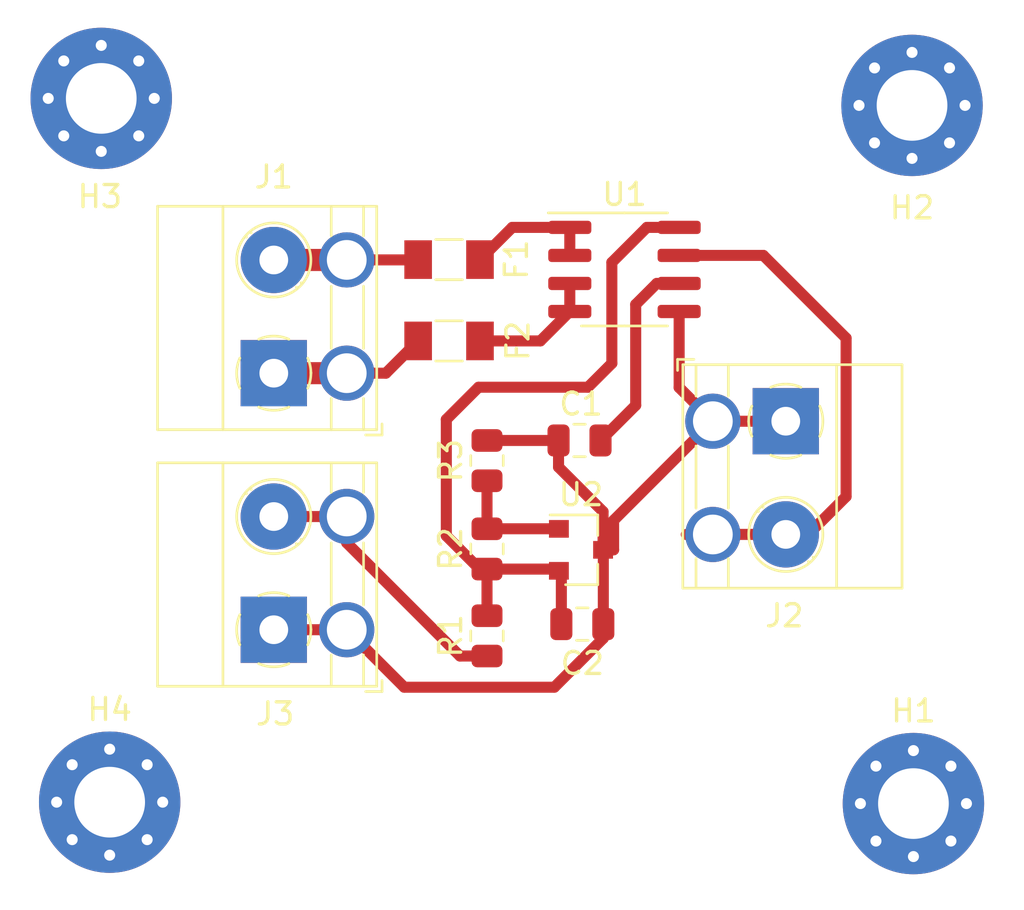
<source format=kicad_pcb>
(kicad_pcb (version 20171130) (host pcbnew "(5.1.8)-1")

  (general
    (thickness 1.6)
    (drawings 4)
    (tracks 72)
    (zones 0)
    (modules 16)
    (nets 15)
  )

  (page A4)
  (layers
    (0 F.Cu signal)
    (31 B.Cu signal)
    (32 B.Adhes user)
    (33 F.Adhes user)
    (34 B.Paste user)
    (35 F.Paste user)
    (36 B.SilkS user)
    (37 F.SilkS user)
    (38 B.Mask user)
    (39 F.Mask user)
    (40 Dwgs.User user)
    (41 Cmts.User user)
    (42 Eco1.User user)
    (43 Eco2.User user)
    (44 Edge.Cuts user)
    (45 Margin user)
    (46 B.CrtYd user)
    (47 F.CrtYd user)
    (48 B.Fab user)
    (49 F.Fab user)
  )

  (setup
    (last_trace_width 0.5)
    (trace_clearance 0.2)
    (zone_clearance 0.508)
    (zone_45_only no)
    (trace_min 0.2)
    (via_size 0.8)
    (via_drill 0.4)
    (via_min_size 0.4)
    (via_min_drill 0.3)
    (uvia_size 0.3)
    (uvia_drill 0.1)
    (uvias_allowed no)
    (uvia_min_size 0.2)
    (uvia_min_drill 0.1)
    (edge_width 0.05)
    (segment_width 0.2)
    (pcb_text_width 0.3)
    (pcb_text_size 1.5 1.5)
    (mod_edge_width 0.12)
    (mod_text_size 1 1)
    (mod_text_width 0.15)
    (pad_size 1.524 1.524)
    (pad_drill 0.762)
    (pad_to_mask_clearance 0)
    (aux_axis_origin 0 0)
    (visible_elements FFFFFF7F)
    (pcbplotparams
      (layerselection 0x010fc_ffffffff)
      (usegerberextensions false)
      (usegerberattributes true)
      (usegerberadvancedattributes true)
      (creategerberjobfile true)
      (excludeedgelayer true)
      (linewidth 0.100000)
      (plotframeref false)
      (viasonmask false)
      (mode 1)
      (useauxorigin false)
      (hpglpennumber 1)
      (hpglpenspeed 20)
      (hpglpendiameter 15.000000)
      (psnegative false)
      (psa4output false)
      (plotreference true)
      (plotvalue true)
      (plotinvisibletext false)
      (padsonsilk false)
      (subtractmaskfromsilk false)
      (outputformat 1)
      (mirror false)
      (drillshape 1)
      (scaleselection 1)
      (outputdirectory ""))
  )

  (net 0 "")
  (net 1 GND)
  (net 2 "Net-(C1-Pad1)")
  (net 3 5V)
  (net 4 "Net-(J2-Pad2)")
  (net 5 +12V)
  (net 6 "Net-(R2-Pad2)")
  (net 7 "Net-(F1-Pad1)")
  (net 8 "Net-(F1-Pad2)")
  (net 9 "Net-(F2-Pad2)")
  (net 10 "Net-(F2-Pad1)")
  (net 11 "Net-(H1-Pad1)")
  (net 12 "Net-(H2-Pad1)")
  (net 13 "Net-(H3-Pad1)")
  (net 14 "Net-(H4-Pad1)")

  (net_class Default "This is the default net class."
    (clearance 0.2)
    (trace_width 0.5)
    (via_dia 0.8)
    (via_drill 0.4)
    (uvia_dia 0.3)
    (uvia_drill 0.1)
    (diff_pair_width 0.2)
    (diff_pair_gap 0.5)
    (add_net +12V)
    (add_net 5V)
    (add_net GND)
    (add_net "Net-(C1-Pad1)")
    (add_net "Net-(F1-Pad1)")
    (add_net "Net-(F1-Pad2)")
    (add_net "Net-(F2-Pad1)")
    (add_net "Net-(F2-Pad2)")
    (add_net "Net-(H1-Pad1)")
    (add_net "Net-(H2-Pad1)")
    (add_net "Net-(H3-Pad1)")
    (add_net "Net-(H4-Pad1)")
    (add_net "Net-(J2-Pad2)")
    (add_net "Net-(R2-Pad2)")
  )

  (net_class grossa ""
    (clearance 0.2)
    (trace_width 1)
    (via_dia 0.8)
    (via_drill 0.4)
    (uvia_dia 0.3)
    (uvia_drill 0.1)
    (diff_pair_width 0.2)
    (diff_pair_gap 1)
  )

  (module Capacitor_SMD:C_0805_2012Metric (layer F.Cu) (tedit 5F68FEEE) (tstamp 5FE251FB)
    (at 112.964 87.9475 180)
    (descr "Capacitor SMD 0805 (2012 Metric), square (rectangular) end terminal, IPC_7351 nominal, (Body size source: IPC-SM-782 page 76, https://www.pcb-3d.com/wordpress/wp-content/uploads/ipc-sm-782a_amendment_1_and_2.pdf, https://docs.google.com/spreadsheets/d/1BsfQQcO9C6DZCsRaXUlFlo91Tg2WpOkGARC1WS5S8t0/edit?usp=sharing), generated with kicad-footprint-generator")
    (tags capacitor)
    (path /5FE3BAFB)
    (attr smd)
    (fp_text reference C1 (at -0.066 1.651) (layer F.SilkS)
      (effects (font (size 1 1) (thickness 0.15)))
    )
    (fp_text value 100n (at 0 1.68) (layer F.Fab)
      (effects (font (size 1 1) (thickness 0.15)))
    )
    (fp_text user %R (at 0 0) (layer F.Fab)
      (effects (font (size 0.5 0.5) (thickness 0.08)))
    )
    (fp_line (start -1 0.625) (end -1 -0.625) (layer F.Fab) (width 0.1))
    (fp_line (start -1 -0.625) (end 1 -0.625) (layer F.Fab) (width 0.1))
    (fp_line (start 1 -0.625) (end 1 0.625) (layer F.Fab) (width 0.1))
    (fp_line (start 1 0.625) (end -1 0.625) (layer F.Fab) (width 0.1))
    (fp_line (start -0.261252 -0.735) (end 0.261252 -0.735) (layer F.SilkS) (width 0.12))
    (fp_line (start -0.261252 0.735) (end 0.261252 0.735) (layer F.SilkS) (width 0.12))
    (fp_line (start -1.7 0.98) (end -1.7 -0.98) (layer F.CrtYd) (width 0.05))
    (fp_line (start -1.7 -0.98) (end 1.7 -0.98) (layer F.CrtYd) (width 0.05))
    (fp_line (start 1.7 -0.98) (end 1.7 0.98) (layer F.CrtYd) (width 0.05))
    (fp_line (start 1.7 0.98) (end -1.7 0.98) (layer F.CrtYd) (width 0.05))
    (pad 2 smd roundrect (at 0.95 0 180) (size 1 1.45) (layers F.Cu F.Paste F.Mask) (roundrect_rratio 0.25)
      (net 1 GND))
    (pad 1 smd roundrect (at -0.95 0 180) (size 1 1.45) (layers F.Cu F.Paste F.Mask) (roundrect_rratio 0.25)
      (net 2 "Net-(C1-Pad1)"))
    (model ${KISYS3DMOD}/Capacitor_SMD.3dshapes/C_0805_2012Metric.wrl
      (at (xyz 0 0 0))
      (scale (xyz 1 1 1))
      (rotate (xyz 0 0 0))
    )
  )

  (module Capacitor_SMD:C_0805_2012Metric (layer F.Cu) (tedit 5F68FEEE) (tstamp 5FE2520C)
    (at 113.091 96.266)
    (descr "Capacitor SMD 0805 (2012 Metric), square (rectangular) end terminal, IPC_7351 nominal, (Body size source: IPC-SM-782 page 76, https://www.pcb-3d.com/wordpress/wp-content/uploads/ipc-sm-782a_amendment_1_and_2.pdf, https://docs.google.com/spreadsheets/d/1BsfQQcO9C6DZCsRaXUlFlo91Tg2WpOkGARC1WS5S8t0/edit?usp=sharing), generated with kicad-footprint-generator")
    (tags capacitor)
    (path /5FE32D75)
    (attr smd)
    (fp_text reference C2 (at 0 1.778) (layer F.SilkS)
      (effects (font (size 1 1) (thickness 0.15)))
    )
    (fp_text value 100n (at 0 1.68) (layer F.Fab)
      (effects (font (size 1 1) (thickness 0.15)))
    )
    (fp_line (start 1.7 0.98) (end -1.7 0.98) (layer F.CrtYd) (width 0.05))
    (fp_line (start 1.7 -0.98) (end 1.7 0.98) (layer F.CrtYd) (width 0.05))
    (fp_line (start -1.7 -0.98) (end 1.7 -0.98) (layer F.CrtYd) (width 0.05))
    (fp_line (start -1.7 0.98) (end -1.7 -0.98) (layer F.CrtYd) (width 0.05))
    (fp_line (start -0.261252 0.735) (end 0.261252 0.735) (layer F.SilkS) (width 0.12))
    (fp_line (start -0.261252 -0.735) (end 0.261252 -0.735) (layer F.SilkS) (width 0.12))
    (fp_line (start 1 0.625) (end -1 0.625) (layer F.Fab) (width 0.1))
    (fp_line (start 1 -0.625) (end 1 0.625) (layer F.Fab) (width 0.1))
    (fp_line (start -1 -0.625) (end 1 -0.625) (layer F.Fab) (width 0.1))
    (fp_line (start -1 0.625) (end -1 -0.625) (layer F.Fab) (width 0.1))
    (fp_text user %R (at 0 0) (layer F.Fab)
      (effects (font (size 0.5 0.5) (thickness 0.08)))
    )
    (pad 1 smd roundrect (at -0.95 0) (size 1 1.45) (layers F.Cu F.Paste F.Mask) (roundrect_rratio 0.25)
      (net 3 5V))
    (pad 2 smd roundrect (at 0.95 0) (size 1 1.45) (layers F.Cu F.Paste F.Mask) (roundrect_rratio 0.25)
      (net 1 GND))
    (model ${KISYS3DMOD}/Capacitor_SMD.3dshapes/C_0805_2012Metric.wrl
      (at (xyz 0 0 0))
      (scale (xyz 1 1 1))
      (rotate (xyz 0 0 0))
    )
  )

  (module e-Power:TerminalBlock_Phoenix_MKDS-1,5-2_1x02_P5.08mm_Horizontal (layer F.Cu) (tedit 5F340C83) (tstamp 5FE2523E)
    (at 99.1235 84.8995 90)
    (descr "Terminal Block Phoenix MKDS-1,5-2, 2 pins, pitch 5.08mm, size 10x9.8mm^2, drill diamater 1.3mm, pad diameter 2.6mm, see http://www.farnell.com/datasheets/100425.pdf, script-generated using https://github.com/pointhi/kicad-footprint-generator/scripts/TerminalBlock_Phoenix")
    (tags "THT Terminal Block Phoenix MKDS-1,5-2 pitch 5.08mm size 10x9.8mm^2 drill 1.3mm pad 2.6mm")
    (path /5FE29835)
    (fp_text reference J1 (at 8.89 0 180) (layer F.SilkS)
      (effects (font (size 1 1) (thickness 0.15)))
    )
    (fp_text value IN_corrente (at 2.413 6.604 90) (layer F.Fab)
      (effects (font (size 1 1) (thickness 0.15)))
    )
    (fp_line (start 6.223 4.064) (end 7.493 4.064) (layer F.SilkS) (width 0.12))
    (fp_line (start 1.123 4.064) (end 3.937 4.064) (layer F.SilkS) (width 0.12))
    (fp_line (start -2.56 4.064) (end -1.143 4.064) (layer F.SilkS) (width 0.12))
    (fp_line (start 6.223 2.6) (end 7.493 2.6) (layer F.SilkS) (width 0.12))
    (fp_line (start 1.123 2.6) (end 3.937 2.6) (layer F.SilkS) (width 0.12))
    (fp_line (start 8 -5.71) (end -3 -5.71) (layer F.CrtYd) (width 0.05))
    (fp_line (start 8 5.1) (end 8 -5.71) (layer F.CrtYd) (width 0.05))
    (fp_line (start -3 5.1) (end 8 5.1) (layer F.CrtYd) (width 0.05))
    (fp_line (start -3 -5.71) (end -3 5.1) (layer F.CrtYd) (width 0.05))
    (fp_line (start -2.8 4.9) (end -2.3 4.9) (layer F.SilkS) (width 0.12))
    (fp_line (start -2.8 4.16) (end -2.8 4.9) (layer F.SilkS) (width 0.12))
    (fp_line (start 3.9 1.023) (end 3.853 1.069) (layer F.SilkS) (width 0.12))
    (fp_line (start 6.197 -1.275) (end 6.162 -1.239) (layer F.SilkS) (width 0.12))
    (fp_line (start 4.093 1.239) (end 4.058 1.274) (layer F.SilkS) (width 0.12))
    (fp_line (start 6.402 -1.069) (end 6.355 -1.023) (layer F.SilkS) (width 0.12))
    (fp_line (start 6.082 -1.138) (end 3.99 0.955) (layer F.Fab) (width 0.1))
    (fp_line (start 6.265 -0.955) (end 4.173 1.138) (layer F.Fab) (width 0.1))
    (fp_line (start 0.955 -1.138) (end -1.138 0.955) (layer F.Fab) (width 0.1))
    (fp_line (start 1.138 -0.955) (end -0.955 1.138) (layer F.Fab) (width 0.1))
    (fp_line (start 7.56 -5.261) (end 7.56 4.66) (layer F.SilkS) (width 0.12))
    (fp_line (start -2.56 -5.261) (end -2.56 4.66) (layer F.SilkS) (width 0.12))
    (fp_line (start -2.56 4.66) (end 7.56 4.66) (layer F.SilkS) (width 0.12))
    (fp_line (start -2.56 -5.261) (end 7.56 -5.261) (layer F.SilkS) (width 0.12))
    (fp_line (start -2.56 -2.301) (end 7.56 -2.301) (layer F.SilkS) (width 0.12))
    (fp_line (start -2.5 -2.3) (end 7.5 -2.3) (layer F.Fab) (width 0.1))
    (fp_line (start -2.56 2.6) (end -1.143 2.6) (layer F.SilkS) (width 0.12))
    (fp_line (start -2.5 2.6) (end 7.5 2.6) (layer F.Fab) (width 0.1))
    (fp_line (start -2.5 4.1) (end 7.5 4.1) (layer F.Fab) (width 0.1))
    (fp_line (start -2.5 4.1) (end -2.5 -5.2) (layer F.Fab) (width 0.1))
    (fp_line (start -2 4.6) (end -2.5 4.1) (layer F.Fab) (width 0.1))
    (fp_line (start 7.5 4.6) (end -2 4.6) (layer F.Fab) (width 0.1))
    (fp_line (start 7.5 -5.2) (end 7.5 4.6) (layer F.Fab) (width 0.1))
    (fp_line (start -2.5 -5.2) (end 7.5 -5.2) (layer F.Fab) (width 0.1))
    (fp_circle (center 5.127 0) (end 6.807 0) (layer F.SilkS) (width 0.12))
    (fp_circle (center 5.127 0) (end 6.627 0) (layer F.Fab) (width 0.1))
    (fp_circle (center 0 0) (end 1.5 0) (layer F.Fab) (width 0.1))
    (fp_arc (start 0 0) (end 0 1.68) (angle -24) (layer F.SilkS) (width 0.12))
    (fp_arc (start 0 0) (end 1.535 0.684) (angle -48) (layer F.SilkS) (width 0.12))
    (fp_arc (start 0 0) (end 0.684 -1.535) (angle -48) (layer F.SilkS) (width 0.12))
    (fp_arc (start 0 0) (end -1.535 -0.684) (angle -48) (layer F.SilkS) (width 0.12))
    (fp_arc (start 0 0) (end -0.684 1.535) (angle -25) (layer F.SilkS) (width 0.12))
    (fp_text user %R (at 0 -3.048 90) (layer F.Fab)
      (effects (font (size 1 1) (thickness 0.15)))
    )
    (pad 1 thru_hole rect (at 0 0 90) (size 3 3) (drill 1.3) (layers *.Cu *.Mask)
      (net 9 "Net-(F2-Pad2)"))
    (pad 2 thru_hole circle (at 5.127 0 90) (size 3 3) (drill 1.3) (layers *.Cu *.Mask)
      (net 8 "Net-(F1-Pad2)"))
    (pad 1 thru_hole circle (at 0 3.302 90) (size 2.5 2.5) (drill 1.8) (layers *.Cu *.Mask)
      (net 9 "Net-(F2-Pad2)"))
    (pad 2 thru_hole circle (at 5.1308 3.302 90) (size 2.5 2.5) (drill 1.8) (layers *.Cu *.Mask)
      (net 8 "Net-(F1-Pad2)"))
  )

  (module e-Power:TerminalBlock_Phoenix_MKDS-1,5-2_1x02_P5.08mm_Horizontal (layer F.Cu) (tedit 5F340C83) (tstamp 5FE25270)
    (at 122.301 87.075 270)
    (descr "Terminal Block Phoenix MKDS-1,5-2, 2 pins, pitch 5.08mm, size 10x9.8mm^2, drill diamater 1.3mm, pad diameter 2.6mm, see http://www.farnell.com/datasheets/100425.pdf, script-generated using https://github.com/pointhi/kicad-footprint-generator/scripts/TerminalBlock_Phoenix")
    (tags "THT Terminal Block Phoenix MKDS-1,5-2 pitch 5.08mm size 10x9.8mm^2 drill 1.3mm pad 2.6mm")
    (path /5FE2BBB0)
    (fp_text reference J2 (at 8.81 0.0635 180) (layer F.SilkS)
      (effects (font (size 1 1) (thickness 0.15)))
    )
    (fp_text value OUT_sensor (at 2.413 6.604 90) (layer F.Fab)
      (effects (font (size 1 1) (thickness 0.15)))
    )
    (fp_text user %R (at 0 -3.048 90) (layer F.Fab)
      (effects (font (size 1 1) (thickness 0.15)))
    )
    (fp_arc (start 0 0) (end -0.684 1.535) (angle -25) (layer F.SilkS) (width 0.12))
    (fp_arc (start 0 0) (end -1.535 -0.684) (angle -48) (layer F.SilkS) (width 0.12))
    (fp_arc (start 0 0) (end 0.684 -1.535) (angle -48) (layer F.SilkS) (width 0.12))
    (fp_arc (start 0 0) (end 1.535 0.684) (angle -48) (layer F.SilkS) (width 0.12))
    (fp_arc (start 0 0) (end 0 1.68) (angle -24) (layer F.SilkS) (width 0.12))
    (fp_circle (center 0 0) (end 1.5 0) (layer F.Fab) (width 0.1))
    (fp_circle (center 5.127 0) (end 6.627 0) (layer F.Fab) (width 0.1))
    (fp_circle (center 5.127 0) (end 6.807 0) (layer F.SilkS) (width 0.12))
    (fp_line (start -2.5 -5.2) (end 7.5 -5.2) (layer F.Fab) (width 0.1))
    (fp_line (start 7.5 -5.2) (end 7.5 4.6) (layer F.Fab) (width 0.1))
    (fp_line (start 7.5 4.6) (end -2 4.6) (layer F.Fab) (width 0.1))
    (fp_line (start -2 4.6) (end -2.5 4.1) (layer F.Fab) (width 0.1))
    (fp_line (start -2.5 4.1) (end -2.5 -5.2) (layer F.Fab) (width 0.1))
    (fp_line (start -2.5 4.1) (end 7.5 4.1) (layer F.Fab) (width 0.1))
    (fp_line (start -2.5 2.6) (end 7.5 2.6) (layer F.Fab) (width 0.1))
    (fp_line (start -2.56 2.6) (end -1.143 2.6) (layer F.SilkS) (width 0.12))
    (fp_line (start -2.5 -2.3) (end 7.5 -2.3) (layer F.Fab) (width 0.1))
    (fp_line (start -2.56 -2.301) (end 7.56 -2.301) (layer F.SilkS) (width 0.12))
    (fp_line (start -2.56 -5.261) (end 7.56 -5.261) (layer F.SilkS) (width 0.12))
    (fp_line (start -2.56 4.66) (end 7.56 4.66) (layer F.SilkS) (width 0.12))
    (fp_line (start -2.56 -5.261) (end -2.56 4.66) (layer F.SilkS) (width 0.12))
    (fp_line (start 7.56 -5.261) (end 7.56 4.66) (layer F.SilkS) (width 0.12))
    (fp_line (start 1.138 -0.955) (end -0.955 1.138) (layer F.Fab) (width 0.1))
    (fp_line (start 0.955 -1.138) (end -1.138 0.955) (layer F.Fab) (width 0.1))
    (fp_line (start 6.265 -0.955) (end 4.173 1.138) (layer F.Fab) (width 0.1))
    (fp_line (start 6.082 -1.138) (end 3.99 0.955) (layer F.Fab) (width 0.1))
    (fp_line (start 6.402 -1.069) (end 6.355 -1.023) (layer F.SilkS) (width 0.12))
    (fp_line (start 4.093 1.239) (end 4.058 1.274) (layer F.SilkS) (width 0.12))
    (fp_line (start 6.197 -1.275) (end 6.162 -1.239) (layer F.SilkS) (width 0.12))
    (fp_line (start 3.9 1.023) (end 3.853 1.069) (layer F.SilkS) (width 0.12))
    (fp_line (start -2.8 4.16) (end -2.8 4.9) (layer F.SilkS) (width 0.12))
    (fp_line (start -2.8 4.9) (end -2.3 4.9) (layer F.SilkS) (width 0.12))
    (fp_line (start -3 -5.71) (end -3 5.1) (layer F.CrtYd) (width 0.05))
    (fp_line (start -3 5.1) (end 8 5.1) (layer F.CrtYd) (width 0.05))
    (fp_line (start 8 5.1) (end 8 -5.71) (layer F.CrtYd) (width 0.05))
    (fp_line (start 8 -5.71) (end -3 -5.71) (layer F.CrtYd) (width 0.05))
    (fp_line (start 1.123 2.6) (end 3.937 2.6) (layer F.SilkS) (width 0.12))
    (fp_line (start 6.223 2.6) (end 7.493 2.6) (layer F.SilkS) (width 0.12))
    (fp_line (start -2.56 4.064) (end -1.143 4.064) (layer F.SilkS) (width 0.12))
    (fp_line (start 1.123 4.064) (end 3.937 4.064) (layer F.SilkS) (width 0.12))
    (fp_line (start 6.223 4.064) (end 7.493 4.064) (layer F.SilkS) (width 0.12))
    (pad 2 thru_hole circle (at 5.1308 3.302 270) (size 2.5 2.5) (drill 1.8) (layers *.Cu *.Mask)
      (net 4 "Net-(J2-Pad2)"))
    (pad 1 thru_hole circle (at 0 3.302 270) (size 2.5 2.5) (drill 1.8) (layers *.Cu *.Mask)
      (net 1 GND))
    (pad 2 thru_hole circle (at 5.127 0 270) (size 3 3) (drill 1.3) (layers *.Cu *.Mask)
      (net 4 "Net-(J2-Pad2)"))
    (pad 1 thru_hole rect (at 0 0 270) (size 3 3) (drill 1.3) (layers *.Cu *.Mask)
      (net 1 GND))
  )

  (module Resistor_SMD:R_0805_2012Metric (layer F.Cu) (tedit 5F68FEEE) (tstamp 5FE25281)
    (at 108.7755 96.7975 90)
    (descr "Resistor SMD 0805 (2012 Metric), square (rectangular) end terminal, IPC_7351 nominal, (Body size source: IPC-SM-782 page 72, https://www.pcb-3d.com/wordpress/wp-content/uploads/ipc-sm-782a_amendment_1_and_2.pdf), generated with kicad-footprint-generator")
    (tags resistor)
    (path /5FE2F3D6)
    (attr smd)
    (fp_text reference R1 (at 0 -1.65 90) (layer F.SilkS)
      (effects (font (size 1 1) (thickness 0.15)))
    )
    (fp_text value 1k (at 0 1.65 90) (layer F.Fab)
      (effects (font (size 1 1) (thickness 0.15)))
    )
    (fp_line (start 1.68 0.95) (end -1.68 0.95) (layer F.CrtYd) (width 0.05))
    (fp_line (start 1.68 -0.95) (end 1.68 0.95) (layer F.CrtYd) (width 0.05))
    (fp_line (start -1.68 -0.95) (end 1.68 -0.95) (layer F.CrtYd) (width 0.05))
    (fp_line (start -1.68 0.95) (end -1.68 -0.95) (layer F.CrtYd) (width 0.05))
    (fp_line (start -0.227064 0.735) (end 0.227064 0.735) (layer F.SilkS) (width 0.12))
    (fp_line (start -0.227064 -0.735) (end 0.227064 -0.735) (layer F.SilkS) (width 0.12))
    (fp_line (start 1 0.625) (end -1 0.625) (layer F.Fab) (width 0.1))
    (fp_line (start 1 -0.625) (end 1 0.625) (layer F.Fab) (width 0.1))
    (fp_line (start -1 -0.625) (end 1 -0.625) (layer F.Fab) (width 0.1))
    (fp_line (start -1 0.625) (end -1 -0.625) (layer F.Fab) (width 0.1))
    (fp_text user %R (at 0 0 90) (layer F.Fab)
      (effects (font (size 0.5 0.5) (thickness 0.08)))
    )
    (pad 1 smd roundrect (at -0.9125 0 90) (size 1.025 1.4) (layers F.Cu F.Paste F.Mask) (roundrect_rratio 0.243902)
      (net 5 +12V))
    (pad 2 smd roundrect (at 0.9125 0 90) (size 1.025 1.4) (layers F.Cu F.Paste F.Mask) (roundrect_rratio 0.243902)
      (net 3 5V))
    (model ${KISYS3DMOD}/Resistor_SMD.3dshapes/R_0805_2012Metric.wrl
      (at (xyz 0 0 0))
      (scale (xyz 1 1 1))
      (rotate (xyz 0 0 0))
    )
  )

  (module Resistor_SMD:R_0805_2012Metric (layer F.Cu) (tedit 5F68FEEE) (tstamp 5FE25292)
    (at 108.7755 92.8605 90)
    (descr "Resistor SMD 0805 (2012 Metric), square (rectangular) end terminal, IPC_7351 nominal, (Body size source: IPC-SM-782 page 72, https://www.pcb-3d.com/wordpress/wp-content/uploads/ipc-sm-782a_amendment_1_and_2.pdf), generated with kicad-footprint-generator")
    (tags resistor)
    (path /5FE25D92)
    (attr smd)
    (fp_text reference R2 (at 0 -1.65 90) (layer F.SilkS)
      (effects (font (size 1 1) (thickness 0.15)))
    )
    (fp_text value 10k (at 0 1.65 90) (layer F.Fab)
      (effects (font (size 1 1) (thickness 0.15)))
    )
    (fp_line (start 1.68 0.95) (end -1.68 0.95) (layer F.CrtYd) (width 0.05))
    (fp_line (start 1.68 -0.95) (end 1.68 0.95) (layer F.CrtYd) (width 0.05))
    (fp_line (start -1.68 -0.95) (end 1.68 -0.95) (layer F.CrtYd) (width 0.05))
    (fp_line (start -1.68 0.95) (end -1.68 -0.95) (layer F.CrtYd) (width 0.05))
    (fp_line (start -0.227064 0.735) (end 0.227064 0.735) (layer F.SilkS) (width 0.12))
    (fp_line (start -0.227064 -0.735) (end 0.227064 -0.735) (layer F.SilkS) (width 0.12))
    (fp_line (start 1 0.625) (end -1 0.625) (layer F.Fab) (width 0.1))
    (fp_line (start 1 -0.625) (end 1 0.625) (layer F.Fab) (width 0.1))
    (fp_line (start -1 -0.625) (end 1 -0.625) (layer F.Fab) (width 0.1))
    (fp_line (start -1 0.625) (end -1 -0.625) (layer F.Fab) (width 0.1))
    (fp_text user %R (at 0 0 90) (layer F.Fab)
      (effects (font (size 0.5 0.5) (thickness 0.08)))
    )
    (pad 1 smd roundrect (at -0.9125 0 90) (size 1.025 1.4) (layers F.Cu F.Paste F.Mask) (roundrect_rratio 0.243902)
      (net 3 5V))
    (pad 2 smd roundrect (at 0.9125 0 90) (size 1.025 1.4) (layers F.Cu F.Paste F.Mask) (roundrect_rratio 0.243902)
      (net 6 "Net-(R2-Pad2)"))
    (model ${KISYS3DMOD}/Resistor_SMD.3dshapes/R_0805_2012Metric.wrl
      (at (xyz 0 0 0))
      (scale (xyz 1 1 1))
      (rotate (xyz 0 0 0))
    )
  )

  (module Resistor_SMD:R_0805_2012Metric (layer F.Cu) (tedit 5F68FEEE) (tstamp 5FE252A3)
    (at 108.7755 88.86 90)
    (descr "Resistor SMD 0805 (2012 Metric), square (rectangular) end terminal, IPC_7351 nominal, (Body size source: IPC-SM-782 page 72, https://www.pcb-3d.com/wordpress/wp-content/uploads/ipc-sm-782a_amendment_1_and_2.pdf), generated with kicad-footprint-generator")
    (tags resistor)
    (path /5FE2E8DD)
    (attr smd)
    (fp_text reference R3 (at 0 -1.65 90) (layer F.SilkS)
      (effects (font (size 1 1) (thickness 0.15)))
    )
    (fp_text value 10k (at 0 1.65 90) (layer F.Fab)
      (effects (font (size 1 1) (thickness 0.15)))
    )
    (fp_text user %R (at 0 0 90) (layer F.Fab)
      (effects (font (size 0.5 0.5) (thickness 0.08)))
    )
    (fp_line (start -1 0.625) (end -1 -0.625) (layer F.Fab) (width 0.1))
    (fp_line (start -1 -0.625) (end 1 -0.625) (layer F.Fab) (width 0.1))
    (fp_line (start 1 -0.625) (end 1 0.625) (layer F.Fab) (width 0.1))
    (fp_line (start 1 0.625) (end -1 0.625) (layer F.Fab) (width 0.1))
    (fp_line (start -0.227064 -0.735) (end 0.227064 -0.735) (layer F.SilkS) (width 0.12))
    (fp_line (start -0.227064 0.735) (end 0.227064 0.735) (layer F.SilkS) (width 0.12))
    (fp_line (start -1.68 0.95) (end -1.68 -0.95) (layer F.CrtYd) (width 0.05))
    (fp_line (start -1.68 -0.95) (end 1.68 -0.95) (layer F.CrtYd) (width 0.05))
    (fp_line (start 1.68 -0.95) (end 1.68 0.95) (layer F.CrtYd) (width 0.05))
    (fp_line (start 1.68 0.95) (end -1.68 0.95) (layer F.CrtYd) (width 0.05))
    (pad 2 smd roundrect (at 0.9125 0 90) (size 1.025 1.4) (layers F.Cu F.Paste F.Mask) (roundrect_rratio 0.243902)
      (net 1 GND))
    (pad 1 smd roundrect (at -0.9125 0 90) (size 1.025 1.4) (layers F.Cu F.Paste F.Mask) (roundrect_rratio 0.243902)
      (net 6 "Net-(R2-Pad2)"))
    (model ${KISYS3DMOD}/Resistor_SMD.3dshapes/R_0805_2012Metric.wrl
      (at (xyz 0 0 0))
      (scale (xyz 1 1 1))
      (rotate (xyz 0 0 0))
    )
  )

  (module Package_SO:SOIC-8_3.9x4.9mm_P1.27mm (layer F.Cu) (tedit 5D9F72B1) (tstamp 5FE252BD)
    (at 114.9985 80.2005)
    (descr "SOIC, 8 Pin (JEDEC MS-012AA, https://www.analog.com/media/en/package-pcb-resources/package/pkg_pdf/soic_narrow-r/r_8.pdf), generated with kicad-footprint-generator ipc_gullwing_generator.py")
    (tags "SOIC SO")
    (path /5FE2462A)
    (attr smd)
    (fp_text reference U1 (at 0 -3.4) (layer F.SilkS)
      (effects (font (size 1 1) (thickness 0.15)))
    )
    (fp_text value ACS712 (at 0 3.4) (layer F.Fab)
      (effects (font (size 1 1) (thickness 0.15)))
    )
    (fp_line (start 3.7 -2.7) (end -3.7 -2.7) (layer F.CrtYd) (width 0.05))
    (fp_line (start 3.7 2.7) (end 3.7 -2.7) (layer F.CrtYd) (width 0.05))
    (fp_line (start -3.7 2.7) (end 3.7 2.7) (layer F.CrtYd) (width 0.05))
    (fp_line (start -3.7 -2.7) (end -3.7 2.7) (layer F.CrtYd) (width 0.05))
    (fp_line (start -1.95 -1.475) (end -0.975 -2.45) (layer F.Fab) (width 0.1))
    (fp_line (start -1.95 2.45) (end -1.95 -1.475) (layer F.Fab) (width 0.1))
    (fp_line (start 1.95 2.45) (end -1.95 2.45) (layer F.Fab) (width 0.1))
    (fp_line (start 1.95 -2.45) (end 1.95 2.45) (layer F.Fab) (width 0.1))
    (fp_line (start -0.975 -2.45) (end 1.95 -2.45) (layer F.Fab) (width 0.1))
    (fp_line (start 0 -2.56) (end -3.45 -2.56) (layer F.SilkS) (width 0.12))
    (fp_line (start 0 -2.56) (end 1.95 -2.56) (layer F.SilkS) (width 0.12))
    (fp_line (start 0 2.56) (end -1.95 2.56) (layer F.SilkS) (width 0.12))
    (fp_line (start 0 2.56) (end 1.95 2.56) (layer F.SilkS) (width 0.12))
    (fp_text user %R (at 0 0) (layer F.Fab)
      (effects (font (size 0.98 0.98) (thickness 0.15)))
    )
    (pad 1 smd roundrect (at -2.475 -1.905) (size 1.95 0.6) (layers F.Cu F.Paste F.Mask) (roundrect_rratio 0.25)
      (net 7 "Net-(F1-Pad1)"))
    (pad 2 smd roundrect (at -2.475 -0.635) (size 1.95 0.6) (layers F.Cu F.Paste F.Mask) (roundrect_rratio 0.25)
      (net 7 "Net-(F1-Pad1)"))
    (pad 3 smd roundrect (at -2.475 0.635) (size 1.95 0.6) (layers F.Cu F.Paste F.Mask) (roundrect_rratio 0.25)
      (net 10 "Net-(F2-Pad1)"))
    (pad 4 smd roundrect (at -2.475 1.905) (size 1.95 0.6) (layers F.Cu F.Paste F.Mask) (roundrect_rratio 0.25)
      (net 10 "Net-(F2-Pad1)"))
    (pad 5 smd roundrect (at 2.475 1.905) (size 1.95 0.6) (layers F.Cu F.Paste F.Mask) (roundrect_rratio 0.25)
      (net 1 GND))
    (pad 6 smd roundrect (at 2.475 0.635) (size 1.95 0.6) (layers F.Cu F.Paste F.Mask) (roundrect_rratio 0.25)
      (net 2 "Net-(C1-Pad1)"))
    (pad 7 smd roundrect (at 2.475 -0.635) (size 1.95 0.6) (layers F.Cu F.Paste F.Mask) (roundrect_rratio 0.25)
      (net 4 "Net-(J2-Pad2)"))
    (pad 8 smd roundrect (at 2.475 -1.905) (size 1.95 0.6) (layers F.Cu F.Paste F.Mask) (roundrect_rratio 0.25)
      (net 3 5V))
    (model ${KISYS3DMOD}/Package_SO.3dshapes/SOIC-8_3.9x4.9mm_P1.27mm.wrl
      (at (xyz 0 0 0))
      (scale (xyz 1 1 1))
      (rotate (xyz 0 0 0))
    )
  )

  (module Package_TO_SOT_SMD:SOT-23 (layer F.Cu) (tedit 5A02FF57) (tstamp 5FE252D2)
    (at 113.03 92.9005)
    (descr "SOT-23, Standard")
    (tags SOT-23)
    (path /5FE2642D)
    (attr smd)
    (fp_text reference U2 (at 0 -2.5) (layer F.SilkS)
      (effects (font (size 1 1) (thickness 0.15)))
    )
    (fp_text value TL431 (at 0 2.5) (layer F.Fab)
      (effects (font (size 1 1) (thickness 0.15)))
    )
    (fp_line (start 0.76 1.58) (end -0.7 1.58) (layer F.SilkS) (width 0.12))
    (fp_line (start 0.76 -1.58) (end -1.4 -1.58) (layer F.SilkS) (width 0.12))
    (fp_line (start -1.7 1.75) (end -1.7 -1.75) (layer F.CrtYd) (width 0.05))
    (fp_line (start 1.7 1.75) (end -1.7 1.75) (layer F.CrtYd) (width 0.05))
    (fp_line (start 1.7 -1.75) (end 1.7 1.75) (layer F.CrtYd) (width 0.05))
    (fp_line (start -1.7 -1.75) (end 1.7 -1.75) (layer F.CrtYd) (width 0.05))
    (fp_line (start 0.76 -1.58) (end 0.76 -0.65) (layer F.SilkS) (width 0.12))
    (fp_line (start 0.76 1.58) (end 0.76 0.65) (layer F.SilkS) (width 0.12))
    (fp_line (start -0.7 1.52) (end 0.7 1.52) (layer F.Fab) (width 0.1))
    (fp_line (start 0.7 -1.52) (end 0.7 1.52) (layer F.Fab) (width 0.1))
    (fp_line (start -0.7 -0.95) (end -0.15 -1.52) (layer F.Fab) (width 0.1))
    (fp_line (start -0.15 -1.52) (end 0.7 -1.52) (layer F.Fab) (width 0.1))
    (fp_line (start -0.7 -0.95) (end -0.7 1.5) (layer F.Fab) (width 0.1))
    (fp_text user %R (at 0 0 90) (layer F.Fab)
      (effects (font (size 0.5 0.5) (thickness 0.075)))
    )
    (pad 1 smd rect (at -1 -0.95) (size 0.9 0.8) (layers F.Cu F.Paste F.Mask)
      (net 6 "Net-(R2-Pad2)"))
    (pad 2 smd rect (at -1 0.95) (size 0.9 0.8) (layers F.Cu F.Paste F.Mask)
      (net 3 5V))
    (pad 3 smd rect (at 1 0) (size 0.9 0.8) (layers F.Cu F.Paste F.Mask)
      (net 1 GND))
    (model ${KISYS3DMOD}/Package_TO_SOT_SMD.3dshapes/SOT-23.wrl
      (at (xyz 0 0 0))
      (scale (xyz 1 1 1))
      (rotate (xyz 0 0 0))
    )
  )

  (module e-Power:TerminalBlock_Phoenix_MKDS-1,5-2_1x02_P5.08mm_Horizontal (layer F.Cu) (tedit 5F340C83) (tstamp 5FE25899)
    (at 99.1235 96.52 90)
    (descr "Terminal Block Phoenix MKDS-1,5-2, 2 pins, pitch 5.08mm, size 10x9.8mm^2, drill diamater 1.3mm, pad diameter 2.6mm, see http://www.farnell.com/datasheets/100425.pdf, script-generated using https://github.com/pointhi/kicad-footprint-generator/scripts/TerminalBlock_Phoenix")
    (tags "THT Terminal Block Phoenix MKDS-1,5-2 pitch 5.08mm size 10x9.8mm^2 drill 1.3mm pad 2.6mm")
    (path /5FE48AB9)
    (fp_text reference J3 (at -3.81 0.0635 180) (layer F.SilkS)
      (effects (font (size 1 1) (thickness 0.15)))
    )
    (fp_text value POWER (at 2.413 6.604 90) (layer F.Fab)
      (effects (font (size 1 1) (thickness 0.15)))
    )
    (fp_line (start 6.223 4.064) (end 7.493 4.064) (layer F.SilkS) (width 0.12))
    (fp_line (start 1.123 4.064) (end 3.937 4.064) (layer F.SilkS) (width 0.12))
    (fp_line (start -2.56 4.064) (end -1.143 4.064) (layer F.SilkS) (width 0.12))
    (fp_line (start 6.223 2.6) (end 7.493 2.6) (layer F.SilkS) (width 0.12))
    (fp_line (start 1.123 2.6) (end 3.937 2.6) (layer F.SilkS) (width 0.12))
    (fp_line (start 8 -5.71) (end -3 -5.71) (layer F.CrtYd) (width 0.05))
    (fp_line (start 8 5.1) (end 8 -5.71) (layer F.CrtYd) (width 0.05))
    (fp_line (start -3 5.1) (end 8 5.1) (layer F.CrtYd) (width 0.05))
    (fp_line (start -3 -5.71) (end -3 5.1) (layer F.CrtYd) (width 0.05))
    (fp_line (start -2.8 4.9) (end -2.3 4.9) (layer F.SilkS) (width 0.12))
    (fp_line (start -2.8 4.16) (end -2.8 4.9) (layer F.SilkS) (width 0.12))
    (fp_line (start 3.9 1.023) (end 3.853 1.069) (layer F.SilkS) (width 0.12))
    (fp_line (start 6.197 -1.275) (end 6.162 -1.239) (layer F.SilkS) (width 0.12))
    (fp_line (start 4.093 1.239) (end 4.058 1.274) (layer F.SilkS) (width 0.12))
    (fp_line (start 6.402 -1.069) (end 6.355 -1.023) (layer F.SilkS) (width 0.12))
    (fp_line (start 6.082 -1.138) (end 3.99 0.955) (layer F.Fab) (width 0.1))
    (fp_line (start 6.265 -0.955) (end 4.173 1.138) (layer F.Fab) (width 0.1))
    (fp_line (start 0.955 -1.138) (end -1.138 0.955) (layer F.Fab) (width 0.1))
    (fp_line (start 1.138 -0.955) (end -0.955 1.138) (layer F.Fab) (width 0.1))
    (fp_line (start 7.56 -5.261) (end 7.56 4.66) (layer F.SilkS) (width 0.12))
    (fp_line (start -2.56 -5.261) (end -2.56 4.66) (layer F.SilkS) (width 0.12))
    (fp_line (start -2.56 4.66) (end 7.56 4.66) (layer F.SilkS) (width 0.12))
    (fp_line (start -2.56 -5.261) (end 7.56 -5.261) (layer F.SilkS) (width 0.12))
    (fp_line (start -2.56 -2.301) (end 7.56 -2.301) (layer F.SilkS) (width 0.12))
    (fp_line (start -2.5 -2.3) (end 7.5 -2.3) (layer F.Fab) (width 0.1))
    (fp_line (start -2.56 2.6) (end -1.143 2.6) (layer F.SilkS) (width 0.12))
    (fp_line (start -2.5 2.6) (end 7.5 2.6) (layer F.Fab) (width 0.1))
    (fp_line (start -2.5 4.1) (end 7.5 4.1) (layer F.Fab) (width 0.1))
    (fp_line (start -2.5 4.1) (end -2.5 -5.2) (layer F.Fab) (width 0.1))
    (fp_line (start -2 4.6) (end -2.5 4.1) (layer F.Fab) (width 0.1))
    (fp_line (start 7.5 4.6) (end -2 4.6) (layer F.Fab) (width 0.1))
    (fp_line (start 7.5 -5.2) (end 7.5 4.6) (layer F.Fab) (width 0.1))
    (fp_line (start -2.5 -5.2) (end 7.5 -5.2) (layer F.Fab) (width 0.1))
    (fp_circle (center 5.127 0) (end 6.807 0) (layer F.SilkS) (width 0.12))
    (fp_circle (center 5.127 0) (end 6.627 0) (layer F.Fab) (width 0.1))
    (fp_circle (center 0 0) (end 1.5 0) (layer F.Fab) (width 0.1))
    (fp_arc (start 0 0) (end 0 1.68) (angle -24) (layer F.SilkS) (width 0.12))
    (fp_arc (start 0 0) (end 1.535 0.684) (angle -48) (layer F.SilkS) (width 0.12))
    (fp_arc (start 0 0) (end 0.684 -1.535) (angle -48) (layer F.SilkS) (width 0.12))
    (fp_arc (start 0 0) (end -1.535 -0.684) (angle -48) (layer F.SilkS) (width 0.12))
    (fp_arc (start 0 0) (end -0.684 1.535) (angle -25) (layer F.SilkS) (width 0.12))
    (fp_text user %R (at 0 -3.048 90) (layer F.Fab)
      (effects (font (size 1 1) (thickness 0.15)))
    )
    (pad 1 thru_hole rect (at 0 0 90) (size 3 3) (drill 1.3) (layers *.Cu *.Mask)
      (net 1 GND))
    (pad 2 thru_hole circle (at 5.127 0 90) (size 3 3) (drill 1.3) (layers *.Cu *.Mask)
      (net 5 +12V))
    (pad 1 thru_hole circle (at 0 3.302 90) (size 2.5 2.5) (drill 1.8) (layers *.Cu *.Mask)
      (net 1 GND))
    (pad 2 thru_hole circle (at 5.1308 3.302 90) (size 2.5 2.5) (drill 1.8) (layers *.Cu *.Mask)
      (net 5 +12V))
  )

  (module e-Power:FUSE_1206_3216Metric (layer F.Cu) (tedit 5F24C86A) (tstamp 5FE279F4)
    (at 107.058 79.756 180)
    (descr "FUSE SMD 1206 (3216 Metric), square (rectangular) end terminal")
    (tags FUSE)
    (path /5FE63FAE)
    (attr smd)
    (fp_text reference F1 (at -3.045 0 270) (layer F.SilkS)
      (effects (font (size 1 1) (thickness 0.15)))
    )
    (fp_text value Fuse_1206 (at 0 1.82) (layer F.Fab)
      (effects (font (size 1 1) (thickness 0.15)))
    )
    (fp_line (start 2.28 1.12) (end -2.28 1.12) (layer F.CrtYd) (width 0.05))
    (fp_line (start 2.28 -1.12) (end 2.28 1.12) (layer F.CrtYd) (width 0.05))
    (fp_line (start -2.28 -1.12) (end 2.28 -1.12) (layer F.CrtYd) (width 0.05))
    (fp_line (start -2.28 1.12) (end -2.28 -1.12) (layer F.CrtYd) (width 0.05))
    (fp_line (start -0.602064 0.91) (end 0.602064 0.91) (layer F.SilkS) (width 0.12))
    (fp_line (start -0.602064 -0.91) (end 0.602064 -0.91) (layer F.SilkS) (width 0.12))
    (fp_line (start 1.6 0.8) (end -1.6 0.8) (layer F.Fab) (width 0.1))
    (fp_line (start 1.6 -0.8) (end 1.6 0.8) (layer F.Fab) (width 0.1))
    (fp_line (start -1.6 -0.8) (end 1.6 -0.8) (layer F.Fab) (width 0.1))
    (fp_line (start -1.6 0.8) (end -1.6 -0.8) (layer F.Fab) (width 0.1))
    (fp_text user %F (at 0 0) (layer F.Fab)
      (effects (font (size 0.8 0.8) (thickness 0.12)))
    )
    (pad 1 smd trapezoid (at -1.4 0 180) (size 1.25 1.75) (layers F.Cu F.Paste F.Mask)
      (net 7 "Net-(F1-Pad1)"))
    (pad 2 smd trapezoid (at 1.4 0 180) (size 1.25 1.75) (layers F.Cu F.Paste F.Mask)
      (net 8 "Net-(F1-Pad2)"))
    (model ${KICAD_USER_3DMOD}/FUSE_1206.step
      (offset (xyz 0 0 1))
      (scale (xyz 1 1 1))
      (rotate (xyz 90 0 0))
    )
  )

  (module e-Power:FUSE_1206_3216Metric (layer F.Cu) (tedit 5F24C86A) (tstamp 5FE27A05)
    (at 107.058 83.439 180)
    (descr "FUSE SMD 1206 (3216 Metric), square (rectangular) end terminal")
    (tags FUSE)
    (path /5FE663FB)
    (attr smd)
    (fp_text reference F2 (at -3.1145 0 90) (layer F.SilkS)
      (effects (font (size 1 1) (thickness 0.15)))
    )
    (fp_text value Fuse_1206 (at 0 1.82) (layer F.Fab)
      (effects (font (size 1 1) (thickness 0.15)))
    )
    (fp_text user %F (at 0 0) (layer F.Fab)
      (effects (font (size 0.8 0.8) (thickness 0.12)))
    )
    (fp_line (start -1.6 0.8) (end -1.6 -0.8) (layer F.Fab) (width 0.1))
    (fp_line (start -1.6 -0.8) (end 1.6 -0.8) (layer F.Fab) (width 0.1))
    (fp_line (start 1.6 -0.8) (end 1.6 0.8) (layer F.Fab) (width 0.1))
    (fp_line (start 1.6 0.8) (end -1.6 0.8) (layer F.Fab) (width 0.1))
    (fp_line (start -0.602064 -0.91) (end 0.602064 -0.91) (layer F.SilkS) (width 0.12))
    (fp_line (start -0.602064 0.91) (end 0.602064 0.91) (layer F.SilkS) (width 0.12))
    (fp_line (start -2.28 1.12) (end -2.28 -1.12) (layer F.CrtYd) (width 0.05))
    (fp_line (start -2.28 -1.12) (end 2.28 -1.12) (layer F.CrtYd) (width 0.05))
    (fp_line (start 2.28 -1.12) (end 2.28 1.12) (layer F.CrtYd) (width 0.05))
    (fp_line (start 2.28 1.12) (end -2.28 1.12) (layer F.CrtYd) (width 0.05))
    (pad 2 smd trapezoid (at 1.4 0 180) (size 1.25 1.75) (layers F.Cu F.Paste F.Mask)
      (net 9 "Net-(F2-Pad2)"))
    (pad 1 smd trapezoid (at -1.4 0 180) (size 1.25 1.75) (layers F.Cu F.Paste F.Mask)
      (net 10 "Net-(F2-Pad1)"))
    (model ${KICAD_USER_3DMOD}/FUSE_1206.step
      (offset (xyz 0 0 1))
      (scale (xyz 1 1 1))
      (rotate (xyz 90 0 0))
    )
  )

  (module e-Power:MountingHole_3.2mm_M3_Pad_Via (layer F.Cu) (tedit 5F1787FB) (tstamp 5FE28A17)
    (at 128.0795 104.394)
    (descr "Mounting Hole 3.2mm, M3, added vias")
    (tags "mounting hole 3.2mm m3")
    (path /5FE83AED)
    (attr virtual)
    (fp_text reference H1 (at 0 -4.2) (layer F.SilkS)
      (effects (font (size 1 1) (thickness 0.15)))
    )
    (fp_text value MountingHole_Pad (at 0 4.2) (layer F.Fab) hide
      (effects (font (size 1 1) (thickness 0.15)))
    )
    (fp_circle (center 0 0) (end 3.45 0) (layer F.CrtYd) (width 0.05))
    (fp_text user %R (at 0.3 0) (layer F.Fab)
      (effects (font (size 1 1) (thickness 0.15)))
    )
    (pad 1 thru_hole circle (at 0 0) (size 6.4 6.4) (drill 3.2) (layers *.Cu *.Mask)
      (net 11 "Net-(H1-Pad1)"))
    (pad 1 thru_hole circle (at 2.4 0) (size 0.8 0.8) (drill 0.5) (layers *.Cu *.Mask)
      (net 11 "Net-(H1-Pad1)"))
    (pad 1 thru_hole circle (at 1.697056 1.697056) (size 0.8 0.8) (drill 0.5) (layers *.Cu *.Mask)
      (net 11 "Net-(H1-Pad1)"))
    (pad 1 thru_hole circle (at 0 2.4) (size 0.8 0.8) (drill 0.5) (layers *.Cu *.Mask)
      (net 11 "Net-(H1-Pad1)"))
    (pad 1 thru_hole circle (at -1.697056 1.697056) (size 0.8 0.8) (drill 0.5) (layers *.Cu *.Mask)
      (net 11 "Net-(H1-Pad1)"))
    (pad 1 thru_hole circle (at -2.4 0) (size 0.8 0.8) (drill 0.5) (layers *.Cu *.Mask)
      (net 11 "Net-(H1-Pad1)"))
    (pad 1 thru_hole circle (at -1.697056 -1.697056) (size 0.8 0.8) (drill 0.5) (layers *.Cu *.Mask)
      (net 11 "Net-(H1-Pad1)"))
    (pad 1 thru_hole circle (at 0 -2.4) (size 0.8 0.8) (drill 0.5) (layers *.Cu *.Mask)
      (net 11 "Net-(H1-Pad1)"))
    (pad 1 thru_hole circle (at 1.697056 -1.697056) (size 0.8 0.8) (drill 0.5) (layers *.Cu *.Mask)
      (net 11 "Net-(H1-Pad1)"))
  )

  (module e-Power:MountingHole_3.2mm_M3_Pad_Via (layer F.Cu) (tedit 5F1787FB) (tstamp 5FE28A26)
    (at 128.016 72.771)
    (descr "Mounting Hole 3.2mm, M3, added vias")
    (tags "mounting hole 3.2mm m3")
    (path /5FE87EFE)
    (attr virtual)
    (fp_text reference H2 (at 0 4.6355) (layer F.SilkS)
      (effects (font (size 1 1) (thickness 0.15)))
    )
    (fp_text value MountingHole_Pad (at 0 4.2) (layer F.Fab) hide
      (effects (font (size 1 1) (thickness 0.15)))
    )
    (fp_text user %R (at 0.3 0) (layer F.Fab)
      (effects (font (size 1 1) (thickness 0.15)))
    )
    (fp_circle (center 0 0) (end 3.45 0) (layer F.CrtYd) (width 0.05))
    (pad 1 thru_hole circle (at 1.697056 -1.697056) (size 0.8 0.8) (drill 0.5) (layers *.Cu *.Mask)
      (net 12 "Net-(H2-Pad1)"))
    (pad 1 thru_hole circle (at 0 -2.4) (size 0.8 0.8) (drill 0.5) (layers *.Cu *.Mask)
      (net 12 "Net-(H2-Pad1)"))
    (pad 1 thru_hole circle (at -1.697056 -1.697056) (size 0.8 0.8) (drill 0.5) (layers *.Cu *.Mask)
      (net 12 "Net-(H2-Pad1)"))
    (pad 1 thru_hole circle (at -2.4 0) (size 0.8 0.8) (drill 0.5) (layers *.Cu *.Mask)
      (net 12 "Net-(H2-Pad1)"))
    (pad 1 thru_hole circle (at -1.697056 1.697056) (size 0.8 0.8) (drill 0.5) (layers *.Cu *.Mask)
      (net 12 "Net-(H2-Pad1)"))
    (pad 1 thru_hole circle (at 0 2.4) (size 0.8 0.8) (drill 0.5) (layers *.Cu *.Mask)
      (net 12 "Net-(H2-Pad1)"))
    (pad 1 thru_hole circle (at 1.697056 1.697056) (size 0.8 0.8) (drill 0.5) (layers *.Cu *.Mask)
      (net 12 "Net-(H2-Pad1)"))
    (pad 1 thru_hole circle (at 2.4 0) (size 0.8 0.8) (drill 0.5) (layers *.Cu *.Mask)
      (net 12 "Net-(H2-Pad1)"))
    (pad 1 thru_hole circle (at 0 0) (size 6.4 6.4) (drill 3.2) (layers *.Cu *.Mask)
      (net 12 "Net-(H2-Pad1)"))
  )

  (module e-Power:MountingHole_3.2mm_M3_Pad_Via (layer F.Cu) (tedit 5F1787FB) (tstamp 5FE28A35)
    (at 91.313 72.4535)
    (descr "Mounting Hole 3.2mm, M3, added vias")
    (tags "mounting hole 3.2mm m3")
    (path /5FE88731)
    (attr virtual)
    (fp_text reference H3 (at -0.0635 4.445) (layer F.SilkS)
      (effects (font (size 1 1) (thickness 0.15)))
    )
    (fp_text value MountingHole_Pad (at 0 4.2) (layer F.Fab) hide
      (effects (font (size 1 1) (thickness 0.15)))
    )
    (fp_circle (center 0 0) (end 3.45 0) (layer F.CrtYd) (width 0.05))
    (fp_text user %R (at 0.3 0) (layer F.Fab)
      (effects (font (size 1 1) (thickness 0.15)))
    )
    (pad 1 thru_hole circle (at 0 0) (size 6.4 6.4) (drill 3.2) (layers *.Cu *.Mask)
      (net 13 "Net-(H3-Pad1)"))
    (pad 1 thru_hole circle (at 2.4 0) (size 0.8 0.8) (drill 0.5) (layers *.Cu *.Mask)
      (net 13 "Net-(H3-Pad1)"))
    (pad 1 thru_hole circle (at 1.697056 1.697056) (size 0.8 0.8) (drill 0.5) (layers *.Cu *.Mask)
      (net 13 "Net-(H3-Pad1)"))
    (pad 1 thru_hole circle (at 0 2.4) (size 0.8 0.8) (drill 0.5) (layers *.Cu *.Mask)
      (net 13 "Net-(H3-Pad1)"))
    (pad 1 thru_hole circle (at -1.697056 1.697056) (size 0.8 0.8) (drill 0.5) (layers *.Cu *.Mask)
      (net 13 "Net-(H3-Pad1)"))
    (pad 1 thru_hole circle (at -2.4 0) (size 0.8 0.8) (drill 0.5) (layers *.Cu *.Mask)
      (net 13 "Net-(H3-Pad1)"))
    (pad 1 thru_hole circle (at -1.697056 -1.697056) (size 0.8 0.8) (drill 0.5) (layers *.Cu *.Mask)
      (net 13 "Net-(H3-Pad1)"))
    (pad 1 thru_hole circle (at 0 -2.4) (size 0.8 0.8) (drill 0.5) (layers *.Cu *.Mask)
      (net 13 "Net-(H3-Pad1)"))
    (pad 1 thru_hole circle (at 1.697056 -1.697056) (size 0.8 0.8) (drill 0.5) (layers *.Cu *.Mask)
      (net 13 "Net-(H3-Pad1)"))
  )

  (module e-Power:MountingHole_3.2mm_M3_Pad_Via (layer F.Cu) (tedit 5F1787FB) (tstamp 5FE28A44)
    (at 91.694 104.3305)
    (descr "Mounting Hole 3.2mm, M3, added vias")
    (tags "mounting hole 3.2mm m3")
    (path /5FE88E86)
    (attr virtual)
    (fp_text reference H4 (at 0 -4.2) (layer F.SilkS)
      (effects (font (size 1 1) (thickness 0.15)))
    )
    (fp_text value MountingHole_Pad (at 0 4.2) (layer F.Fab) hide
      (effects (font (size 1 1) (thickness 0.15)))
    )
    (fp_text user %R (at 0.3 0) (layer F.Fab)
      (effects (font (size 1 1) (thickness 0.15)))
    )
    (fp_circle (center 0 0) (end 3.45 0) (layer F.CrtYd) (width 0.05))
    (pad 1 thru_hole circle (at 1.697056 -1.697056) (size 0.8 0.8) (drill 0.5) (layers *.Cu *.Mask)
      (net 14 "Net-(H4-Pad1)"))
    (pad 1 thru_hole circle (at 0 -2.4) (size 0.8 0.8) (drill 0.5) (layers *.Cu *.Mask)
      (net 14 "Net-(H4-Pad1)"))
    (pad 1 thru_hole circle (at -1.697056 -1.697056) (size 0.8 0.8) (drill 0.5) (layers *.Cu *.Mask)
      (net 14 "Net-(H4-Pad1)"))
    (pad 1 thru_hole circle (at -2.4 0) (size 0.8 0.8) (drill 0.5) (layers *.Cu *.Mask)
      (net 14 "Net-(H4-Pad1)"))
    (pad 1 thru_hole circle (at -1.697056 1.697056) (size 0.8 0.8) (drill 0.5) (layers *.Cu *.Mask)
      (net 14 "Net-(H4-Pad1)"))
    (pad 1 thru_hole circle (at 0 2.4) (size 0.8 0.8) (drill 0.5) (layers *.Cu *.Mask)
      (net 14 "Net-(H4-Pad1)"))
    (pad 1 thru_hole circle (at 1.697056 1.697056) (size 0.8 0.8) (drill 0.5) (layers *.Cu *.Mask)
      (net 14 "Net-(H4-Pad1)"))
    (pad 1 thru_hole circle (at 2.4 0) (size 0.8 0.8) (drill 0.5) (layers *.Cu *.Mask)
      (net 14 "Net-(H4-Pad1)"))
    (pad 1 thru_hole circle (at 0 0) (size 6.4 6.4) (drill 3.2) (layers *.Cu *.Mask)
      (net 14 "Net-(H4-Pad1)"))
  )

  (gr_line (start 133.0325 68.072) (end 86.8045 68.072) (layer Dwgs.User) (width 0.15))
  (gr_line (start 133.0325 109.1565) (end 133.0325 68.072) (layer Dwgs.User) (width 0.15))
  (gr_line (start 86.8045 109.1565) (end 133.0325 109.1565) (layer Dwgs.User) (width 0.15) (tstamp 5FE28E5E))
  (gr_line (start 86.8045 68.072) (end 86.8045 109.1565) (layer Dwgs.User) (width 0.15) (tstamp 5FE294A5))

  (segment (start 114.03 96.255) (end 114.041 96.266) (width 0.25) (layer F.Cu) (net 1))
  (segment (start 118.999 87.075) (end 118.665 87.075) (width 0.25) (layer F.Cu) (net 1) (tstamp 5FE290EC))
  (segment (start 99.1235 96.52) (end 102.4255 96.52) (width 0.5) (layer F.Cu) (net 1))
  (segment (start 114.041 92.9115) (end 114.03 92.9005) (width 0.5) (layer F.Cu) (net 1))
  (segment (start 114.041 96.266) (end 114.041 92.9115) (width 0.5) (layer F.Cu) (net 1))
  (segment (start 114.03 91.17) (end 114.03 92.9005) (width 0.5) (layer F.Cu) (net 1))
  (segment (start 112.014 89.154) (end 114.03 91.17) (width 0.5) (layer F.Cu) (net 1))
  (segment (start 112.014 87.9475) (end 112.014 89.154) (width 0.5) (layer F.Cu) (net 1))
  (segment (start 122.75375 87.075) (end 122.301 87.075) (width 0.5) (layer F.Cu) (net 1) (tstamp 5FE290E3))
  (segment (start 118.999 87.075) (end 122.301 87.075) (width 0.5) (layer F.Cu) (net 1) (tstamp 5FE290E6))
  (segment (start 108.7755 87.9475) (end 112.014 87.9475) (width 0.5) (layer F.Cu) (net 1))
  (segment (start 112.0125 87.946) (end 112.014 87.9475) (width 0.5) (layer F.Cu) (net 1))
  (segment (start 114.041 96.906) (end 114.041 96.266) (width 0.5) (layer F.Cu) (net 1))
  (segment (start 111.8235 99.1235) (end 114.041 96.906) (width 0.5) (layer F.Cu) (net 1))
  (segment (start 105.029 99.1235) (end 111.8235 99.1235) (width 0.5) (layer F.Cu) (net 1))
  (segment (start 102.4255 96.52) (end 105.029 99.1235) (width 0.5) (layer F.Cu) (net 1))
  (segment (start 114.03 92.9005) (end 114.507 92.9005) (width 0.5) (layer F.Cu) (net 1))
  (segment (start 117.4735 85.5495) (end 118.999 87.075) (width 0.5) (layer F.Cu) (net 1))
  (segment (start 117.4735 82.1055) (end 117.4735 85.5495) (width 0.5) (layer F.Cu) (net 1))
  (segment (start 114.507 91.567) (end 118.999 87.075) (width 0.5) (layer F.Cu) (net 1))
  (segment (start 114.507 92.9005) (end 114.507 91.567) (width 0.5) (layer F.Cu) (net 1))
  (segment (start 115.5065 86.355) (end 113.914 87.9475) (width 0.5) (layer F.Cu) (net 2))
  (segment (start 115.5065 81.788) (end 115.5065 86.355) (width 0.5) (layer F.Cu) (net 2))
  (segment (start 116.459 80.8355) (end 115.5065 81.788) (width 0.5) (layer F.Cu) (net 2))
  (segment (start 117.4735 80.8355) (end 116.459 80.8355) (width 0.5) (layer F.Cu) (net 2))
  (segment (start 108.853 93.8505) (end 108.7755 93.773) (width 0.25) (layer F.Cu) (net 3))
  (segment (start 112.03 96.155) (end 112.141 96.266) (width 0.25) (layer F.Cu) (net 3))
  (segment (start 108.7755 93.773) (end 108.7755 95.885) (width 0.5) (layer F.Cu) (net 3))
  (segment (start 111.9525 93.773) (end 112.03 93.8505) (width 0.5) (layer F.Cu) (net 3))
  (segment (start 108.7755 93.773) (end 111.9525 93.773) (width 0.5) (layer F.Cu) (net 3))
  (segment (start 112.141 93.9615) (end 112.03 93.8505) (width 0.5) (layer F.Cu) (net 3))
  (segment (start 112.141 96.266) (end 112.141 93.9615) (width 0.5) (layer F.Cu) (net 3))
  (segment (start 106.934 92.2655) (end 108.4415 93.773) (width 0.5) (layer F.Cu) (net 3))
  (segment (start 106.934 86.995) (end 106.934 92.2655) (width 0.5) (layer F.Cu) (net 3))
  (segment (start 113.3475 85.5345) (end 108.3945 85.5345) (width 0.5) (layer F.Cu) (net 3))
  (segment (start 108.3945 85.5345) (end 106.934 86.995) (width 0.5) (layer F.Cu) (net 3))
  (segment (start 114.427 84.455) (end 113.3475 85.5345) (width 0.5) (layer F.Cu) (net 3))
  (segment (start 114.427 79.883) (end 114.427 84.455) (width 0.5) (layer F.Cu) (net 3))
  (segment (start 108.4415 93.773) (end 108.7755 93.773) (width 0.5) (layer F.Cu) (net 3))
  (segment (start 116.0145 78.2955) (end 114.427 79.883) (width 0.5) (layer F.Cu) (net 3))
  (segment (start 117.4735 78.2955) (end 116.0145 78.2955) (width 0.5) (layer F.Cu) (net 3))
  (segment (start 99.1235 84.8995) (end 102.4255 84.8995) (width 1) (layer F.Cu) (net 9))
  (segment (start 102.4217 79.7725) (end 102.4255 79.7687) (width 1) (layer F.Cu) (net 8))
  (segment (start 99.1235 79.7725) (end 102.4217 79.7725) (width 1) (layer F.Cu) (net 8))
  (segment (start 122.2972 92.2058) (end 122.301 92.202) (width 0.25) (layer F.Cu) (net 4) (tstamp 5FE290EF))
  (segment (start 117.9868 92.2058) (end 118.999 92.2058) (width 0.25) (layer F.Cu) (net 4) (tstamp 5FE290E9))
  (segment (start 119.0028 92.202) (end 118.999 92.2058) (width 0.5) (layer F.Cu) (net 4) (tstamp 5FE290DD))
  (segment (start 122.301 92.202) (end 119.0028 92.202) (width 0.5) (layer F.Cu) (net 4) (tstamp 5FE290E0))
  (segment (start 117.7963 92.2058) (end 118.999 92.2058) (width 0.5) (layer F.Cu) (net 4) (tstamp 5FE290DA))
  (segment (start 123.317 92.202) (end 122.301 92.202) (width 0.5) (layer F.Cu) (net 4))
  (segment (start 125.0315 90.4875) (end 123.317 92.202) (width 0.5) (layer F.Cu) (net 4))
  (segment (start 125.0315 83.312) (end 125.0315 90.4875) (width 0.5) (layer F.Cu) (net 4))
  (segment (start 121.285 79.5655) (end 125.0315 83.312) (width 0.5) (layer F.Cu) (net 4))
  (segment (start 117.4735 79.5655) (end 121.285 79.5655) (width 0.5) (layer F.Cu) (net 4))
  (segment (start 102.4217 91.393) (end 102.4255 91.3892) (width 0.5) (layer F.Cu) (net 5))
  (segment (start 99.1235 91.393) (end 102.4217 91.393) (width 0.5) (layer F.Cu) (net 5))
  (segment (start 107.5525 97.71) (end 108.7755 97.71) (width 0.5) (layer F.Cu) (net 5))
  (segment (start 102.4255 92.583) (end 107.5525 97.71) (width 0.5) (layer F.Cu) (net 5))
  (segment (start 102.4255 91.3892) (end 102.4255 92.583) (width 0.5) (layer F.Cu) (net 5))
  (segment (start 112.0275 91.948) (end 112.03 91.9505) (width 0.5) (layer F.Cu) (net 6))
  (segment (start 108.7755 91.948) (end 112.0275 91.948) (width 0.5) (layer F.Cu) (net 6))
  (segment (start 108.7755 89.7725) (end 108.7755 91.948) (width 0.5) (layer F.Cu) (net 6))
  (segment (start 109.9185 78.2955) (end 108.458 79.756) (width 0.5) (layer F.Cu) (net 7))
  (segment (start 112.5235 78.2955) (end 109.9185 78.2955) (width 0.5) (layer F.Cu) (net 7))
  (segment (start 112.5235 79.5655) (end 112.5235 78.2955) (width 0.5) (layer F.Cu) (net 7))
  (segment (start 105.6453 79.7687) (end 105.658 79.756) (width 0.5) (layer F.Cu) (net 8))
  (segment (start 102.4255 79.7687) (end 105.6453 79.7687) (width 0.5) (layer F.Cu) (net 8))
  (segment (start 104.1975 84.8995) (end 105.658 83.439) (width 0.5) (layer F.Cu) (net 9))
  (segment (start 102.4255 84.8995) (end 104.1975 84.8995) (width 0.5) (layer F.Cu) (net 9))
  (segment (start 112.5235 80.8355) (end 112.5235 82.1055) (width 0.5) (layer F.Cu) (net 10))
  (segment (start 111.19 83.439) (end 112.5235 82.1055) (width 0.5) (layer F.Cu) (net 10))
  (segment (start 108.458 83.439) (end 111.19 83.439) (width 0.5) (layer F.Cu) (net 10))

)

</source>
